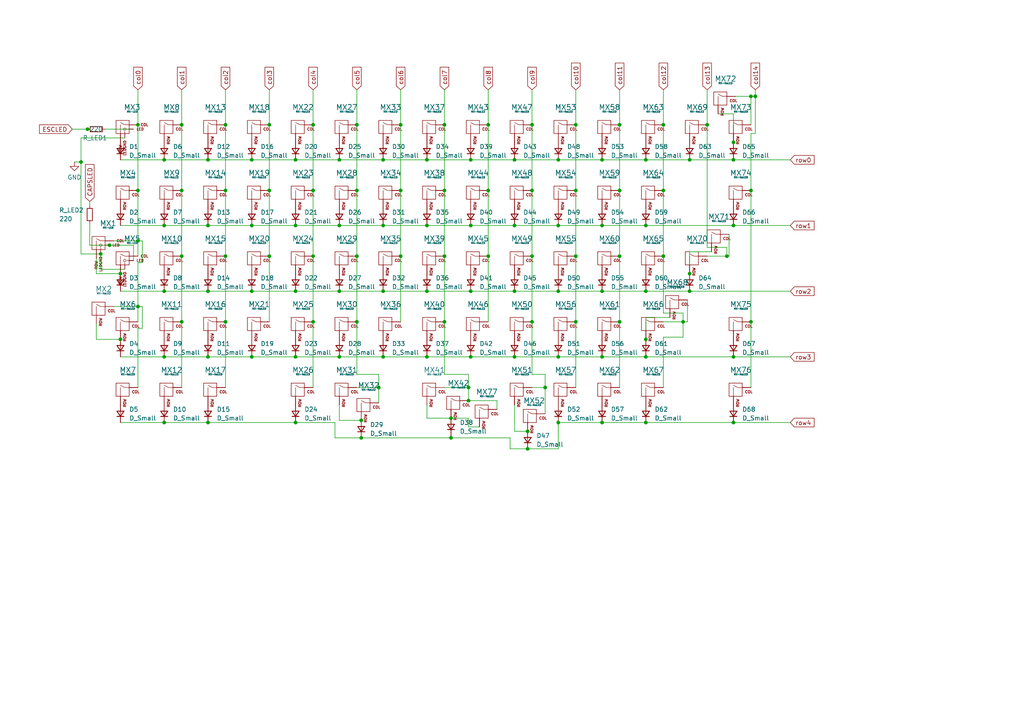
<source format=kicad_sch>
(kicad_sch (version 20230121) (generator eeschema)
  (paper "A4")
  (title_block (title "SST60 - Multi-layout 60% pcb") (date "2022-07-25") (rev "1.0"))
  (lib_symbols
    (symbol "Device:D_Small" (pin_numbers hide) (pin_names (offset 0.254) hide)
      (property "Reference" "D" (at -1.27 2.032 0))
      (property "Value" "D_Small" (at -3.81 -2.032 0))
      (symbol "D_Small_1_1"
        (pin passive line (at -2.54 0 0) (length 1.778) (name "K") (number "1"))
        (pin passive line (at 2.54 0 180) (length 1.778) (name "A") (number "2"))
      )
    )
    (symbol "Device:R_Small" (pin_numbers hide) (pin_names (offset 0.254) hide)
      (property "Reference" "R" (at 0.762 0.508 0))
      (property "Value" "R_Small" (at 0.762 -1.016 0))
      (symbol "R_Small_1_1"
        (pin passive line (at 0 2.54 270) (length 0.762) (name "~") (number "1"))
        (pin passive line (at 0 -2.54 90) (length 0.762) (name "~") (number "2"))
      )
    )
    (symbol "MX-LED_1" (pin_names (offset 1.016))
      (property "Reference" "MX5" (at 2.1556 6.35 0))
      (property "Value" "MX-LED_1" (at 2.1556 5.08 0))
      (symbol "MX-LED_1_0_0"
        (text "COL" (at 5.715 1.27 0) (effects (font (size 0.762 0.762))))
        (text "LED" (at 4.445 0 0) (effects (font (size 0.762 0.762))))
        (text "ROW" (at -1.27 -4.445 900) (effects (font (size 0.762 0.762)) (justify right)))
      )
      (symbol "MX-LED_1_1_0"
        (text "LEDGND" (at 0 -3.175 900) (effects (font (size 0.762 0.762)) (justify right)))
      )
      (symbol "MX-LED_1_1_1"
        (pin passive line (at -1.27 -3.81 90) (length 2.54) (name "ROW") (number "1"))
        (pin passive line (at 3.81 1.27 180) (length 2.54) (name "COL") (number "2"))
        (pin input line (at 2.54 0 180) (length 1.27) (name "LED") (number "3"))
        (pin passive line (at 0 -2.54 90) (length 1.27) (name "LEDGND") (number "4"))
      )
    )
    (symbol "cipulot_parts:MX-LED" (pin_names (offset 1.016))
      (property "Reference" "MX" (at -0.635 3.81 0))
      (property "Value" "MX-LED" (at -0.635 1.27 0))
      (symbol "MX-LED_0_0"
        (text "COL" (at 5.715 1.27 0) (effects (font (size 0.762 0.762))))
        (text "LED" (at 4.445 0 0) (effects (font (size 0.762 0.762))))
        (text "ROW" (at -1.27 -4.445 900) (effects (font (size 0.762 0.762)) (justify right)))
      )
      (symbol "MX-LED_1_0"
        (text "LEDGND" (at 0 -3.175 900) (effects (font (size 0.762 0.762)) (justify right)))
      )
      (symbol "MX-LED_1_1"
        (pin passive line (at 3.81 1.27 180) (length 2.54) (name "COL") (number "1"))
        (pin passive line (at -1.27 -3.81 90) (length 2.54) (name "ROW") (number "2"))
        (pin input line (at 2.54 0 180) (length 1.27) (name "LED") (number "3"))
        (pin passive line (at 0 -2.54 90) (length 1.27) (name "LEDGND") (number "4"))
      )
    )
    (symbol "cipulot_parts:MX-NoLED" (pin_names (offset 1.016))
      (property "Reference" "MX" (at -0.635 3.81 0))
      (property "Value" "MX-NoLED" (at -0.635 1.27 0))
      (symbol "MX-NoLED_0_0"
        (text "COL" (at 3.175 0 0) (effects (font (size 0.762 0.762))))
        (text "ROW" (at 0 -1.905 900) (effects (font (size 0.762 0.762)) (justify right)))
      )
      (symbol "MX-NoLED_1_1"
        (pin passive line (at 3.81 1.27 180) (length 2.54) (name "COL") (number "1"))
        (pin passive line (at -1.27 -3.81 90) (length 2.54) (name "ROW") (number "2"))
      )
    )
    (symbol "power:GND" (power) (pin_names (offset 0))
      (property "Value" "GND" (at 0 -3.81 0))
      (symbol "GND_1_1"
        (pin power_in line (at 0 0 270) (length 0) hide (name "GND") (number "1"))
      )
    )
  )
  (junction (at 40.005 88.9))
  (junction (at 128.905 36.195))
  (junction (at 161.925 122.555))
  (junction (at 167.005 36.195))
  (junction (at 161.925 103.505))
  (junction (at 212.725 103.505))
  (junction (at 47.625 65.405))
  (junction (at 60.325 46.355))
  (junction (at 174.625 84.455))
  (junction (at 23.495 46.99))
  (junction (at 40.005 36.195))
  (junction (at 90.805 36.195))
  (junction (at 78.105 55.245))
  (junction (at 200.025 84.455))
  (junction (at 205.105 36.195))
  (junction (at 212.725 122.555))
  (junction (at 52.705 36.195))
  (junction (at 192.405 36.195))
  (junction (at 85.725 46.355))
  (junction (at 103.505 36.195))
  (junction (at 60.325 84.455))
  (junction (at 90.805 55.245))
  (junction (at 128.905 74.295))
  (junction (at 25.4 37.465))
  (junction (at 149.225 65.405))
  (junction (at 135.89 112.395))
  (junction (at 123.825 103.505))
  (junction (at 128.905 55.245))
  (junction (at 130.81 121.285))
  (junction (at 174.625 46.355))
  (junction (at 103.505 74.295))
  (junction (at 47.625 84.455))
  (junction (at 136.525 84.455))
  (junction (at 123.825 65.405))
  (junction (at 90.805 93.345))
  (junction (at 179.705 93.345))
  (junction (at 200.025 46.355))
  (junction (at 149.225 84.455))
  (junction (at 187.325 46.355))
  (junction (at 103.505 93.345))
  (junction (at 179.705 36.195))
  (junction (at 210.82 74.295))
  (junction (at 104.775 121.92))
  (junction (at 219.075 27.94))
  (junction (at 123.825 46.355))
  (junction (at 130.81 127))
  (junction (at 34.925 98.425))
  (junction (at 217.805 55.245))
  (junction (at 65.405 93.345))
  (junction (at 161.925 65.405))
  (junction (at 40.005 69.85))
  (junction (at 98.425 65.405))
  (junction (at 167.005 74.295))
  (junction (at 116.205 36.195))
  (junction (at 78.105 36.195))
  (junction (at 179.705 55.245))
  (junction (at 85.725 84.455))
  (junction (at 212.725 46.355))
  (junction (at 187.325 84.455))
  (junction (at 192.405 55.245))
  (junction (at 174.625 103.505))
  (junction (at 60.325 65.405))
  (junction (at 34.925 79.375))
  (junction (at 198.12 93.345))
  (junction (at 111.125 65.405))
  (junction (at 85.725 122.555))
  (junction (at 187.325 122.555))
  (junction (at 154.305 36.195))
  (junction (at 85.725 103.505))
  (junction (at 78.105 74.295))
  (junction (at 65.405 36.195))
  (junction (at 158.115 112.395))
  (junction (at 141.605 55.245))
  (junction (at 174.625 122.555))
  (junction (at 40.005 55.245))
  (junction (at 136.525 65.405))
  (junction (at 187.325 103.505))
  (junction (at 161.925 84.455))
  (junction (at 174.625 65.405))
  (junction (at 98.425 46.355))
  (junction (at 104.775 127))
  (junction (at 167.005 93.345))
  (junction (at 123.825 84.455))
  (junction (at 111.125 103.505))
  (junction (at 136.525 103.505))
  (junction (at 85.725 65.405))
  (junction (at 149.225 46.355))
  (junction (at 154.305 55.245))
  (junction (at 116.205 55.245))
  (junction (at 98.425 103.505))
  (junction (at 65.405 55.245))
  (junction (at 217.805 27.94))
  (junction (at 111.125 46.355))
  (junction (at 153.035 125.095))
  (junction (at 47.625 103.505))
  (junction (at 149.225 103.505))
  (junction (at 154.305 93.345))
  (junction (at 73.025 46.355))
  (junction (at 47.625 46.355))
  (junction (at 90.805 74.295))
  (junction (at 135.89 116.205))
  (junction (at 47.625 122.555))
  (junction (at 73.025 65.405))
  (junction (at 154.305 74.295))
  (junction (at 109.855 112.395))
  (junction (at 136.525 46.355))
  (junction (at 179.705 74.295))
  (junction (at 111.125 84.455))
  (junction (at 98.425 84.455))
  (junction (at 161.925 46.355))
  (junction (at 73.025 84.455))
  (junction (at 31.75 71.12))
  (junction (at 52.705 74.295))
  (junction (at 200.025 79.375))
  (junction (at 217.805 93.345))
  (junction (at 167.005 55.245))
  (junction (at 192.405 74.295))
  (junction (at 103.505 55.245))
  (junction (at 153.035 130.175))
  (junction (at 65.405 74.295))
  (junction (at 212.725 65.405))
  (junction (at 60.325 122.555))
  (junction (at 73.025 103.505))
  (junction (at 60.325 103.505))
  (junction (at 52.705 93.345))
  (junction (at 187.325 65.405))
  (junction (at 141.605 36.195))
  (junction (at 116.205 74.295))
  (junction (at 52.705 55.245))
  (junction (at 212.725 41.275))
  (junction (at 29.21 73.66))
  (junction (at 128.905 93.345))
  (junction (at 187.325 98.425))
  (junction (at 141.605 74.295))
  (wire (pts (xy 116.205 74.295) (xy 116.205 93.345)))
  (wire (pts (xy 104.775 127) (xy 130.81 127)))
  (wire (pts (xy 47.625 84.455) (xy 60.325 84.455)))
  (wire (pts (xy 34.925 84.455) (xy 47.625 84.455)))
  (wire (pts (xy 47.625 103.505) (xy 60.325 103.505)))
  (wire (pts (xy 38.735 71.12) (xy 38.735 75.565)))
  (wire (pts (xy 23.495 40.005) (xy 23.495 46.99)))
  (wire (pts (xy 144.145 116.205) (xy 135.89 116.205)))
  (wire (pts (xy 136.525 103.505) (xy 149.225 103.505)))
  (wire (pts (xy 158.115 120.015) (xy 158.115 112.395)))
  (wire (pts (xy 123.825 46.355) (xy 136.525 46.355)))
  (wire (pts (xy 40.005 55.245) (xy 40.005 69.85)))
  (wire (pts (xy 78.105 74.295) (xy 78.105 93.345)))
  (wire (pts (xy 90.805 55.245) (xy 90.805 74.295)))
  (wire (pts (xy 141.605 36.195) (xy 141.605 55.245)))
  (wire (pts (xy 136.525 84.455) (xy 149.225 84.455)))
  (wire (pts (xy 128.905 74.295) (xy 128.905 93.345)))
  (wire (pts (xy 98.425 84.455) (xy 111.125 84.455)))
  (wire (pts (xy 135.89 123.825) (xy 135.89 121.285)))
  (wire (pts (xy 141.605 26.035) (xy 141.605 36.195)))
  (wire (pts (xy 147.955 127) (xy 147.955 130.175)))
  (wire (pts (xy 47.625 122.555) (xy 60.325 122.555)))
  (wire (pts (xy 141.605 55.245) (xy 141.605 74.295)))
  (wire (pts (xy 128.905 26.035) (xy 128.905 36.195)))
  (wire (pts (xy 174.625 84.455) (xy 187.325 84.455)))
  (wire (pts (xy 85.725 84.455) (xy 98.425 84.455)))
  (wire (pts (xy 174.625 103.505) (xy 187.325 103.505)))
  (wire (pts (xy 73.025 65.405) (xy 85.725 65.405)))
  (wire (pts (xy 60.325 84.455) (xy 73.025 84.455)))
  (wire (pts (xy 128.905 93.345) (xy 128.905 108.585)))
  (wire (pts (xy 40.005 69.85) (xy 40.005 74.295)))
  (wire (pts (xy 158.115 108.585) (xy 154.305 108.585)))
  (wire (pts (xy 208.28 33.02) (xy 212.725 33.02)))
  (wire (pts (xy 98.425 46.355) (xy 111.125 46.355)))
  (wire (pts (xy 217.805 93.345) (xy 217.805 55.245)))
  (wire (pts (xy 47.625 46.355) (xy 60.325 46.355)))
  (wire (pts (xy 219.075 38.735) (xy 219.075 27.94)))
  (wire (pts (xy 40.005 88.9) (xy 40.005 76.2)))
  (wire (pts (xy 130.81 121.285) (xy 123.825 121.285)))
  (wire (pts (xy 192.405 36.195) (xy 192.405 55.245)))
  (wire (pts (xy 128.905 36.195) (xy 128.905 55.245)))
  (wire (pts (xy 135.89 121.285) (xy 130.81 121.285)))
  (wire (pts (xy 33.02 88.9) (xy 40.005 88.9)))
  (wire (pts (xy 174.625 46.355) (xy 187.325 46.355)))
  (wire (pts (xy 167.005 36.195) (xy 167.005 55.245)))
  (wire (pts (xy 31.75 71.12) (xy 38.735 71.12)))
  (wire (pts (xy 34.925 103.505) (xy 47.625 103.505)))
  (wire (pts (xy 90.805 36.195) (xy 90.805 55.245)))
  (wire (pts (xy 40.005 88.9) (xy 40.005 93.345)))
  (wire (pts (xy 73.025 103.505) (xy 85.725 103.505)))
  (wire (pts (xy 147.955 130.175) (xy 153.035 130.175)))
  (wire (pts (xy 40.005 112.395) (xy 40.005 95.25)))
  (wire (pts (xy 154.305 74.295) (xy 154.305 55.245)))
  (wire (pts (xy 130.81 127) (xy 130.81 126.365)))
  (wire (pts (xy 149.225 125.095) (xy 149.225 117.475)))
  (wire (pts (xy 179.705 55.245) (xy 179.705 74.295)))
  (wire (pts (xy 153.035 130.175) (xy 161.925 130.175)))
  (wire (pts (xy 41.275 88.9) (xy 40.005 88.9)))
  (wire (pts (xy 161.925 130.175) (xy 161.925 122.555)))
  (wire (pts (xy 33.02 69.85) (xy 40.005 69.85)))
  (wire (pts (xy 200.025 84.455) (xy 229.235 84.455)))
  (wire (pts (xy 161.925 65.405) (xy 174.625 65.405)))
  (wire (pts (xy 149.225 65.405) (xy 161.925 65.405)))
  (wire (pts (xy 198.12 90.805) (xy 198.12 93.345)))
  (wire (pts (xy 130.81 127) (xy 147.955 127)))
  (wire (pts (xy 26.035 58.42) (xy 26.035 59.69)))
  (wire (pts (xy 103.505 55.245) (xy 103.505 74.295)))
  (wire (pts (xy 103.505 108.585) (xy 109.855 108.585)))
  (wire (pts (xy 29.21 73.66) (xy 23.495 73.66)))
  (wire (pts (xy 52.705 55.245) (xy 52.705 74.295)))
  (wire (pts (xy 98.425 65.405) (xy 111.125 65.405)))
  (wire (pts (xy 103.505 93.345) (xy 103.505 108.585)))
  (wire (pts (xy 212.725 103.505) (xy 229.235 103.505)))
  (wire (pts (xy 34.925 46.355) (xy 47.625 46.355)))
  (wire (pts (xy 23.495 46.99) (xy 21.59 46.99)))
  (wire (pts (xy 174.625 65.405) (xy 187.325 65.405)))
  (wire (pts (xy 90.805 26.035) (xy 90.805 36.195)))
  (wire (pts (xy 97.155 122.555) (xy 97.155 127)))
  (wire (pts (xy 149.225 84.455) (xy 161.925 84.455)))
  (wire (pts (xy 187.325 46.355) (xy 200.025 46.355)))
  (wire (pts (xy 187.325 92.075) (xy 187.325 98.425)))
  (wire (pts (xy 167.005 26.035) (xy 167.005 36.195)))
  (wire (pts (xy 200.025 73.025) (xy 200.025 79.375)))
  (wire (pts (xy 205.105 26.035) (xy 205.105 36.195)))
  (wire (pts (xy 199.39 93.345) (xy 199.39 86.995)))
  (wire (pts (xy 40.005 76.2) (xy 41.275 76.2)))
  (wire (pts (xy 210.82 74.295) (xy 211.455 74.295)))
  (wire (pts (xy 40.005 36.195) (xy 40.005 55.245)))
  (wire (pts (xy 154.305 93.345) (xy 154.305 74.295)))
  (wire (pts (xy 210.82 71.755) (xy 210.82 74.295)))
  (wire (pts (xy 187.325 103.505) (xy 212.725 103.505)))
  (wire (pts (xy 65.405 26.035) (xy 65.405 36.195)))
  (wire (pts (xy 31.75 71.12) (xy 26.035 71.12)))
  (wire (pts (xy 217.805 27.94) (xy 217.805 36.195)))
  (wire (pts (xy 65.405 74.295) (xy 65.405 93.345)))
  (wire (pts (xy 27.94 74.93) (xy 27.94 79.375)))
  (wire (pts (xy 116.205 26.035) (xy 116.205 36.195)))
  (wire (pts (xy 40.005 26.035) (xy 40.005 36.195)))
  (wire (pts (xy 98.425 103.505) (xy 111.125 103.505)))
  (wire (pts (xy 30.48 37.465) (xy 38.735 37.465)))
  (wire (pts (xy 154.305 108.585) (xy 154.305 93.345)))
  (wire (pts (xy 109.855 108.585) (xy 109.855 112.395)))
  (wire (pts (xy 25.4 37.465) (xy 26.035 37.465)))
  (wire (pts (xy 52.705 74.295) (xy 52.705 93.345)))
  (wire (pts (xy 60.325 46.355) (xy 73.025 46.355)))
  (wire (pts (xy 29.21 73.66) (xy 29.21 78.105)))
  (wire (pts (xy 73.025 84.455) (xy 85.725 84.455)))
  (wire (pts (xy 90.805 93.345) (xy 90.805 112.395)))
  (wire (pts (xy 27.94 98.425) (xy 34.925 98.425)))
  (wire (pts (xy 212.725 46.355) (xy 229.235 46.355)))
  (wire (pts (xy 179.705 74.295) (xy 179.705 93.345)))
  (wire (pts (xy 217.805 55.245) (xy 217.805 38.735)))
  (wire (pts (xy 158.115 112.395) (xy 158.115 108.585)))
  (wire (pts (xy 41.275 95.25) (xy 41.275 88.9)))
  (wire (pts (xy 135.89 116.205) (xy 135.89 112.395)))
  (wire (pts (xy 167.005 74.295) (xy 167.005 93.345)))
  (wire (pts (xy 198.12 97.79) (xy 192.405 97.79)))
  (wire (pts (xy 136.525 65.405) (xy 149.225 65.405)))
  (wire (pts (xy 123.825 117.475) (xy 123.825 121.285)))
  (wire (pts (xy 136.525 46.355) (xy 149.225 46.355)))
  (wire (pts (xy 85.725 65.405) (xy 98.425 65.405)))
  (wire (pts (xy 179.705 36.195) (xy 179.705 55.245)))
  (wire (pts (xy 29.21 78.105) (xy 36.195 78.105)))
  (wire (pts (xy 192.405 74.295) (xy 192.405 90.805)))
  (wire (pts (xy 167.005 55.245) (xy 167.005 74.295)))
  (wire (pts (xy 23.495 40.005) (xy 36.195 40.005)))
  (wire (pts (xy 26.035 71.12) (xy 26.035 64.77)))
  (wire (pts (xy 217.805 38.735) (xy 219.075 38.735)))
  (wire (pts (xy 205.105 74.295) (xy 210.82 74.295)))
  (wire (pts (xy 212.725 122.555) (xy 229.235 122.555)))
  (wire (pts (xy 153.035 125.095) (xy 149.225 125.095)))
  (wire (pts (xy 192.405 26.035) (xy 192.405 36.195)))
  (wire (pts (xy 217.805 112.395) (xy 217.805 93.345)))
  (wire (pts (xy 219.075 27.94) (xy 217.805 27.94)))
  (wire (pts (xy 187.325 65.405) (xy 212.725 65.405)))
  (wire (pts (xy 73.025 46.355) (xy 85.725 46.355)))
  (wire (pts (xy 123.825 103.505) (xy 136.525 103.505)))
  (wire (pts (xy 60.325 65.405) (xy 73.025 65.405)))
  (wire (pts (xy 194.31 92.075) (xy 187.325 92.075)))
  (wire (pts (xy 85.725 103.505) (xy 98.425 103.505)))
  (wire (pts (xy 97.155 127) (xy 104.775 127)))
  (wire (pts (xy 78.105 26.035) (xy 78.105 36.195)))
  (wire (pts (xy 60.325 122.555) (xy 85.725 122.555)))
  (wire (pts (xy 109.855 116.84) (xy 109.855 112.395)))
  (wire (pts (xy 52.705 93.345) (xy 52.705 112.395)))
  (wire (pts (xy 198.12 93.345) (xy 199.39 93.345)))
  (wire (pts (xy 200.025 46.355) (xy 212.725 46.355)))
  (wire (pts (xy 135.89 108.585) (xy 135.89 112.395)))
  (wire (pts (xy 111.125 103.505) (xy 123.825 103.505)))
  (wire (pts (xy 205.105 71.755) (xy 210.82 71.755)))
  (wire (pts (xy 40.005 95.25) (xy 41.275 95.25)))
  (wire (pts (xy 211.455 74.295) (xy 211.455 67.945)))
  (wire (pts (xy 212.725 65.405) (xy 229.235 65.405)))
  (wire (pts (xy 158.115 112.395) (xy 154.305 112.395)))
  (wire (pts (xy 78.105 36.195) (xy 78.105 55.245)))
  (wire (pts (xy 41.275 76.2) (xy 41.275 69.85)))
  (wire (pts (xy 192.405 93.345) (xy 198.12 93.345)))
  (wire (pts (xy 90.805 74.295) (xy 90.805 93.345)))
  (wire (pts (xy 78.105 55.245) (xy 78.105 74.295)))
  (wire (pts (xy 187.325 84.455) (xy 200.025 84.455)))
  (wire (pts (xy 198.12 93.345) (xy 198.12 97.79)))
  (wire (pts (xy 85.725 46.355) (xy 98.425 46.355)))
  (wire (pts (xy 161.925 122.555) (xy 174.625 122.555)))
  (wire (pts (xy 128.905 55.245) (xy 128.905 74.295)))
  (wire (pts (xy 167.005 93.345) (xy 167.005 112.395)))
  (wire (pts (xy 85.725 122.555) (xy 97.155 122.555)))
  (wire (pts (xy 60.325 103.505) (xy 73.025 103.505)))
  (wire (pts (xy 20.955 37.465) (xy 25.4 37.465)))
  (wire (pts (xy 65.405 36.195) (xy 65.405 55.245)))
  (wire (pts (xy 111.125 46.355) (xy 123.825 46.355)))
  (wire (pts (xy 111.125 84.455) (xy 123.825 84.455)))
  (wire (pts (xy 154.305 26.035) (xy 154.305 36.195)))
  (wire (pts (xy 141.605 74.295) (xy 141.605 93.345)))
  (wire (pts (xy 206.375 73.025) (xy 200.025 73.025)))
  (wire (pts (xy 179.705 93.345) (xy 179.705 112.395)))
  (wire (pts (xy 154.305 55.245) (xy 154.305 36.195)))
  (wire (pts (xy 139.065 123.825) (xy 135.89 123.825)))
  (wire (pts (xy 174.625 122.555) (xy 187.325 122.555)))
  (wire (pts (xy 128.905 108.585) (xy 135.89 108.585)))
  (wire (pts (xy 34.925 122.555) (xy 47.625 122.555)))
  (wire (pts (xy 149.225 103.505) (xy 161.925 103.505)))
  (wire (pts (xy 144.145 118.745) (xy 144.145 116.205)))
  (wire (pts (xy 123.825 84.455) (xy 136.525 84.455)))
  (wire (pts (xy 34.925 65.405) (xy 47.625 65.405)))
  (wire (pts (xy 161.925 84.455) (xy 174.625 84.455)))
  (wire (pts (xy 52.705 26.035) (xy 52.705 36.195)))
  (wire (pts (xy 161.925 103.505) (xy 174.625 103.505)))
  (wire (pts (xy 213.36 27.94) (xy 217.805 27.94)))
  (wire (pts (xy 98.425 121.92) (xy 98.425 117.475)))
  (wire (pts (xy 192.405 90.805) (xy 198.12 90.805)))
  (wire (pts (xy 116.205 55.245) (xy 116.205 74.295)))
  (wire (pts (xy 205.105 36.195) (xy 205.105 71.755)))
  (wire (pts (xy 179.705 26.035) (xy 179.705 36.195)))
  (wire (pts (xy 116.205 36.195) (xy 116.205 55.245)))
  (wire (pts (xy 27.94 79.375) (xy 34.925 79.375)))
  (wire (pts (xy 104.775 121.92) (xy 98.425 121.92)))
  (wire (pts (xy 192.405 97.79) (xy 192.405 112.395)))
  (wire (pts (xy 41.275 69.85) (xy 40.005 69.85)))
  (wire (pts (xy 219.075 26.035) (xy 219.075 27.94)))
  (wire (pts (xy 149.225 46.355) (xy 161.925 46.355)))
  (wire (pts (xy 103.505 26.035) (xy 103.505 36.195)))
  (wire (pts (xy 123.825 65.405) (xy 136.525 65.405)))
  (wire (pts (xy 52.705 36.195) (xy 52.705 55.245)))
  (wire (pts (xy 27.94 93.98) (xy 27.94 98.425)))
  (wire (pts (xy 47.625 65.405) (xy 60.325 65.405)))
  (wire (pts (xy 111.125 65.405) (xy 123.825 65.405)))
  (wire (pts (xy 103.505 74.295) (xy 103.505 93.345)))
  (wire (pts (xy 65.405 55.245) (xy 65.405 74.295)))
  (wire (pts (xy 109.855 112.395) (xy 103.505 112.395)))
  (wire (pts (xy 23.495 46.99) (xy 23.495 73.66)))
  (wire (pts (xy 103.505 36.195) (xy 103.505 55.245)))
  (wire (pts (xy 187.325 122.555) (xy 212.725 122.555)))
  (wire (pts (xy 212.725 33.02) (xy 212.725 41.275)))
  (wire (pts (xy 135.89 112.395) (xy 128.905 112.395)))
  (wire (pts (xy 161.925 46.355) (xy 174.625 46.355)))
  (wire (pts (xy 65.405 93.345) (xy 65.405 112.395)))
  (wire (pts (xy 192.405 55.245) (xy 192.405 74.295)))
  (global_label "col10" (shape input) (at 167.005 26.035 90) (property "Intersheetrefs" "${INTERSHEET_REFS}" (effects hide)))
  (global_label "col3" (shape input) (at 78.105 26.035 90) (property "Intersheetrefs" "${INTERSHEET_REFS}" (effects hide)))
  (global_label "col12" (shape input) (at 192.405 26.035 90) (property "Intersheetrefs" "${INTERSHEET_REFS}" (effects hide)))
  (global_label "col1" (shape input) (at 52.705 26.035 90) (property "Intersheetrefs" "${INTERSHEET_REFS}" (effects hide)))
  (global_label "row1" (shape input) (at 229.235 65.405 0) (property "Intersheetrefs" "${INTERSHEET_REFS}" (effects hide)))
  (global_label "ESCLED" (shape input) (at 20.955 37.465 180) (property "Intersheetrefs" "${INTERSHEET_REFS}" (effects hide)))
  (global_label "col13" (shape input) (at 205.105 26.035 90) (property "Intersheetrefs" "${INTERSHEET_REFS}" (effects hide)))
  (global_label "row3" (shape input) (at 229.235 103.505 0) (property "Intersheetrefs" "${INTERSHEET_REFS}" (effects hide)))
  (global_label "col5" (shape input) (at 103.505 26.035 90) (property "Intersheetrefs" "${INTERSHEET_REFS}" (effects hide)))
  (global_label "col7" (shape input) (at 128.905 26.035 90) (property "Intersheetrefs" "${INTERSHEET_REFS}" (effects hide)))
  (global_label "col11" (shape input) (at 179.705 26.035 90) (property "Intersheetrefs" "${INTERSHEET_REFS}" (effects hide)))
  (global_label "col14" (shape input) (at 219.075 26.035 90) (property "Intersheetrefs" "${INTERSHEET_REFS}" (effects hide)))
  (global_label "CAPSLED" (shape input) (at 26.035 58.42 90) (property "Intersheetrefs" "${INTERSHEET_REFS}" (effects hide)))
  (global_label "col4" (shape input) (at 90.805 26.035 90) (property "Intersheetrefs" "${INTERSHEET_REFS}" (effects hide)))
  (global_label "col9" (shape input) (at 154.305 26.035 90) (property "Intersheetrefs" "${INTERSHEET_REFS}" (effects hide)))
  (global_label "col0" (shape input) (at 40.005 26.035 90) (property "Intersheetrefs" "${INTERSHEET_REFS}" (effects hide)))
  (global_label "col6" (shape input) (at 116.205 26.035 90) (property "Intersheetrefs" "${INTERSHEET_REFS}" (effects hide)))
  (global_label "row0" (shape input) (at 229.235 46.355 0) (property "Intersheetrefs" "${INTERSHEET_REFS}" (effects hide)))
  (global_label "row2" (shape input) (at 229.235 84.455 0) (property "Intersheetrefs" "${INTERSHEET_REFS}" (effects hide)))
  (global_label "row4" (shape input) (at 229.235 122.555 0) (property "Intersheetrefs" "${INTERSHEET_REFS}" (effects hide)))
  (global_label "col8" (shape input) (at 141.605 26.035 90) (property "Intersheetrefs" "${INTERSHEET_REFS}" (effects hide)))
  (global_label "col2" (shape input) (at 65.405 26.035 90) (property "Intersheetrefs" "${INTERSHEET_REFS}" (effects hide)))
  (symbol (lib_id "cipulot_parts:MX-NoLED") (at 112.395 37.465 0) (unit 1)
    (property "Reference" "MX33" (at 113.2806 31.115 0) (effects (font (size 1.524 1.524))))
    (property "Value" "MX-NoLED" (at 113.2806 32.385 0) (effects (font (size 0.508 0.508))))
    (property "Footprint" "MX_Alps_Hybrid:MX-1U-NoLED" (effects hide))
  )
  (symbol (lib_id "cipulot_parts:MX-LED") (at 36.195 37.465 0) (unit 1)
    (property "Reference" "MX3" (at 38.3506 31.115 0) (effects (font (size 1.524 1.524))))
    (property "Value" "MX-LED" (at 38.3506 32.385 0) (effects (font (size 0.508 0.508))))
    (property "Footprint" "MX_Alps_Hybrid:MX-1U" (effects hide))
  )
  (symbol (lib_id "cipulot_parts:MX-NoLED") (at 137.795 94.615 0) (unit 1)
    (property "Reference" "MX46" (at 138.6806 88.265 0) (effects (font (size 1.524 1.524))))
    (property "Value" "MX-NoLED" (at 138.6806 89.535 0) (effects (font (size 0.508 0.508))))
    (property "Footprint" "MX_Alps_Hybrid:MX-1U-NoLED" (effects hide))
  )
  (symbol (lib_id "Device:D_Small") (at 187.325 120.015 90) (unit 1)
    (property "Reference" "D62" (at 189.865 118.7449 90) (effects (justify right)))
    (property "Value" "D_Small" (at 189.865 121.2849 90) (effects (justify right)))
    (property "Footprint" "Diode_SMD:D_SOD-123" (effects hide))
  )
  (symbol (lib_id "cipulot_parts:MX-NoLED") (at 48.895 113.665 0) (unit 1)
    (property "Reference" "MX12" (at 49.7806 107.315 0) (effects (font (size 1.524 1.524))))
    (property "Value" "MX-NoLED" (at 49.7806 108.585 0) (effects (font (size 0.508 0.508))))
    (property "Footprint" "MX_Alps_Hybrid:MX-1U-NoLED" (effects hide))
  )
  (symbol (lib_id "Device:D_Small") (at 136.525 43.815 90) (unit 1)
    (property "Reference" "D39" (at 139.065 42.5449 90) (effects (justify right)))
    (property "Value" "D_Small" (at 139.065 45.0849 90) (effects (justify right)))
    (property "Footprint" "Diode_SMD:D_SOD-123" (effects hide))
  )
  (symbol (lib_id "cipulot_parts:MX-NoLED") (at 99.695 113.665 0) (unit 1)
    (property "Reference" "MX31" (at 100.5806 107.315 0) (effects (font (size 1.524 1.524))))
    (property "Value" "MX-NoLED" (at 100.5806 108.585 0) (effects (font (size 0.508 0.508))))
    (property "Footprint" "MX_Alps_Hybrid:MX-2.25U-ReversedStabilizers-NoLED" (effects hide))
  )
  (symbol (lib_id "cipulot_parts:MX-NoLED") (at 163.195 56.515 0) (unit 1)
    (property "Reference" "MX54" (at 164.0806 50.165 0) (effects (font (size 1.524 1.524))))
    (property "Value" "MX-NoLED" (at 164.0806 51.435 0) (effects (font (size 0.508 0.508))))
    (property "Footprint" "MX_Alps_Hybrid:MX-1U-NoLED" (effects hide))
  )
  (symbol (lib_id "Device:D_Small") (at 60.325 100.965 90) (unit 1)
    (property "Reference" "D11" (at 62.865 99.6949 90) (effects (justify right)))
    (property "Value" "D_Small" (at 62.865 102.2349 90) (effects (justify right)))
    (property "Footprint" "Diode_SMD:D_SOD-123" (effects hide))
  )
  (symbol (lib_id "Device:D_Small") (at 47.625 62.865 90) (unit 1)
    (property "Reference" "D7" (at 50.165 61.5949 90) (effects (justify right)))
    (property "Value" "D_Small" (at 50.165 64.1349 90) (effects (justify right)))
    (property "Footprint" "Diode_SMD:D_SOD-123" (effects hide))
  )
  (symbol (lib_id "Device:D_Small") (at 73.025 62.865 90) (unit 1)
    (property "Reference" "D17" (at 75.565 61.5949 90) (effects (justify right)))
    (property "Value" "D_Small" (at 75.565 64.1349 90) (effects (justify right)))
    (property "Footprint" "Diode_SMD:D_SOD-123" (effects hide))
  )
  (symbol (lib_id "cipulot_parts:MX-NoLED") (at 48.895 75.565 0) (unit 1)
    (property "Reference" "MX10" (at 49.7806 69.215 0) (effects (font (size 1.524 1.524))))
    (property "Value" "MX-NoLED" (at 49.7806 70.485 0) (effects (font (size 0.508 0.508))))
    (property "Footprint" "MX_Alps_Hybrid:MX-1U-NoLED" (effects hide))
  )
  (symbol (lib_id "cipulot_parts:MX-NoLED") (at 61.595 75.565 0) (unit 1)
    (property "Reference" "MX15" (at 62.4806 69.215 0) (effects (font (size 1.524 1.524))))
    (property "Value" "MX-NoLED" (at 62.4806 70.485 0) (effects (font (size 0.508 0.508))))
    (property "Footprint" "MX_Alps_Hybrid:MX-1U-NoLED" (effects hide))
  )
  (symbol (lib_id "cipulot_parts:MX-NoLED") (at 175.895 75.565 0) (unit 1)
    (property "Reference" "MX60" (at 176.7806 69.215 0) (effects (font (size 1.524 1.524))))
    (property "Value" "MX-NoLED" (at 176.7806 70.485 0) (effects (font (size 0.508 0.508))))
    (property "Footprint" "MX_Alps_Hybrid:MX-1U-NoLED" (effects hide))
  )
  (symbol (lib_id "Device:R_Small") (at 26.035 62.23 0) (unit 1)
    (property "Reference" "R_LED2" (at 17.145 60.96 0) (effects (justify left)))
    (property "Value" "220" (at 17.145 63.5 0) (effects (justify left)))
    (property "Footprint" "Resistor_SMD:R_0402_1005Metric" (effects hide))
  )
  (symbol (lib_id "Device:D_Small") (at 98.425 100.965 90) (unit 1)
    (property "Reference" "D28" (at 100.965 99.6949 90) (effects (justify right)))
    (property "Value" "D_Small" (at 100.965 102.2349 90) (effects (justify right)))
    (property "Footprint" "Diode_SMD:D_SOD-123" (effects hide))
  )
  (symbol (lib_id "cipulot_parts:MX-NoLED") (at 48.895 56.515 0) (unit 1)
    (property "Reference" "MX9" (at 49.7806 50.165 0) (effects (font (size 1.524 1.524))))
    (property "Value" "MX-NoLED" (at 49.7806 51.435 0) (effects (font (size 0.508 0.508))))
    (property "Footprint" "MX_Alps_Hybrid:MX-1U-NoLED" (effects hide))
  )
  (symbol (lib_id "cipulot_parts:MX-NoLED") (at 213.995 113.665 0) (unit 1)
    (property "Reference" "MX76" (at 214.8806 107.315 0) (effects (font (size 1.524 1.524))))
    (property "Value" "MX-NoLED" (at 214.8806 108.585 0) (effects (font (size 0.508 0.508))))
    (property "Footprint" "MX_Alps_Hybrid:MX-1.5U-NoLED" (effects hide))
  )
  (symbol (lib_id "cipulot_parts:MX-NoLED") (at 188.595 75.565 0) (unit 1)
    (property "Reference" "MX65" (at 189.4806 69.215 0) (effects (font (size 1.524 1.524))))
    (property "Value" "MX-NoLED" (at 189.4806 70.485 0) (effects (font (size 0.508 0.508))))
    (property "Footprint" "MX_Alps_Hybrid:MX-1U-NoLED" (effects hide))
  )
  (symbol (lib_id "Device:D_Small") (at 174.625 100.965 90) (unit 1)
    (property "Reference" "D56" (at 177.165 99.6949 90) (effects (justify right)))
    (property "Value" "D_Small" (at 177.165 102.2349 90) (effects (justify right)))
    (property "Footprint" "Diode_SMD:D_SOD-123" (effects hide))
  )
  (symbol (lib_id "Device:D_Small") (at 34.925 100.965 90) (unit 1)
    (property "Reference" "D4" (at 37.465 99.6949 90) (effects (justify right)))
    (property "Value" "D_Small" (at 37.465 102.2349 90) (effects (justify right)))
    (property "Footprint" "Diode_SMD:D_SOD-123" (effects hide))
  )
  (symbol (lib_id "cipulot_parts:MX-NoLED") (at 213.995 94.615 0) (unit 1)
    (property "Reference" "MX75" (at 214.8806 88.265 0) (effects (font (size 1.524 1.524))))
    (property "Value" "MX-NoLED" (at 214.8806 89.535 0) (effects (font (size 0.508 0.508))))
    (property "Footprint" "MX_Alps_Hybrid:MX-1U-NoLED" (effects hide))
  )
  (symbol (lib_id "cipulot_parts:MX-NoLED") (at 112.395 56.515 0) (unit 1)
    (property "Reference" "MX34" (at 113.2806 50.165 0) (effects (font (size 1.524 1.524))))
    (property "Value" "MX-NoLED" (at 113.2806 51.435 0) (effects (font (size 0.508 0.508))))
    (property "Footprint" "MX_Alps_Hybrid:MX-1U-NoLED" (effects hide))
  )
  (symbol (lib_id "Device:D_Small") (at 187.325 62.865 90) (unit 1)
    (property "Reference" "D59" (at 189.865 61.5949 90) (effects (justify right)))
    (property "Value" "D_Small" (at 189.865 64.1349 90) (effects (justify right)))
    (property "Footprint" "Diode_SMD:D_SOD-123" (effects hide))
  )
  (symbol (lib_id "cipulot_parts:MX-NoLED") (at 86.995 37.465 0) (unit 1)
    (property "Reference" "MX22" (at 87.8806 31.115 0) (effects (font (size 1.524 1.524))))
    (property "Value" "MX-NoLED" (at 87.8806 32.385 0) (effects (font (size 0.508 0.508))))
    (property "Footprint" "MX_Alps_Hybrid:MX-1U-NoLED" (effects hide))
  )
  (symbol (lib_id "Device:D_Small") (at 149.225 100.965 90) (unit 1)
    (property "Reference" "D46" (at 151.765 99.6949 90) (effects (justify right)))
    (property "Value" "D_Small" (at 151.765 102.2349 90) (effects (justify right)))
    (property "Footprint" "Diode_SMD:D_SOD-123" (effects hide))
  )
  (symbol (lib_id "cipulot_parts:MX-NoLED") (at 99.695 56.515 0) (unit 1)
    (property "Reference" "MX28" (at 100.5806 50.165 0) (effects (font (size 1.524 1.524))))
    (property "Value" "MX-NoLED" (at 100.5806 51.435 0) (effects (font (size 0.508 0.508))))
    (property "Footprint" "MX_Alps_Hybrid:MX-1U-NoLED" (effects hide))
  )
  (symbol (lib_id "Device:D_Small") (at 187.325 81.915 90) (unit 1)
    (property "Reference" "D60" (at 189.865 80.6449 90) (effects (justify right)))
    (property "Value" "D_Small" (at 189.865 83.1849 90) (effects (justify right)))
    (property "Footprint" "Diode_SMD:D_SOD-123" (effects hide))
  )
  (symbol (lib_id "Device:D_Small") (at 212.725 100.965 90) (unit 1)
    (property "Reference" "D67" (at 215.265 99.6949 90) (effects (justify right)))
    (property "Value" "D_Small" (at 215.265 102.2349 90) (effects (justify right)))
    (property "Footprint" "Diode_SMD:D_SOD-123" (effects hide))
  )
  (symbol (lib_id "Device:D_Small") (at 123.825 62.865 90) (unit 1)
    (property "Reference" "D35" (at 126.365 61.5949 90) (effects (justify right)))
    (property "Value" "D_Small" (at 126.365 64.1349 90) (effects (justify right)))
    (property "Footprint" "Diode_SMD:D_SOD-123" (effects hide))
  )
  (symbol (lib_id "Device:D_Small") (at 73.025 100.965 90) (unit 1)
    (property "Reference" "D19" (at 75.565 99.6949 90) (effects (justify right)))
    (property "Value" "D_Small" (at 75.565 102.2349 90) (effects (justify right)))
    (property "Footprint" "Diode_SMD:D_SOD-123" (effects hide))
  )
  (symbol (lib_id "Device:D_Small") (at 161.925 43.815 90) (unit 1)
    (property "Reference" "D48" (at 164.465 42.5449 90) (effects (justify right)))
    (property "Value" "D_Small" (at 164.465 45.0849 90) (effects (justify right)))
    (property "Footprint" "Diode_SMD:D_SOD-123" (effects hide))
  )
  (symbol (lib_id "cipulot_parts:MX-NoLED") (at 175.895 94.615 0) (unit 1)
    (property "Reference" "MX61" (at 176.7806 88.265 0) (effects (font (size 1.524 1.524))))
    (property "Value" "MX-NoLED" (at 176.7806 89.535 0) (effects (font (size 0.508 0.508))))
    (property "Footprint" "MX_Alps_Hybrid:MX-1U-NoLED" (effects hide))
  )
  (symbol (lib_id "cipulot_parts:MX-NoLED") (at 137.795 75.565 0) (unit 1)
    (property "Reference" "MX45" (at 138.6806 69.215 0) (effects (font (size 1.524 1.524))))
    (property "Value" "MX-NoLED" (at 138.6806 70.485 0) (effects (font (size 0.508 0.508))))
    (property "Footprint" "MX_Alps_Hybrid:MX-1U-NoLED" (effects hide))
  )
  (symbol (lib_id "cipulot_parts:MX-NoLED") (at 137.795 37.465 0) (unit 1)
    (property "Reference" "MX43" (at 138.6806 31.115 0) (effects (font (size 1.524 1.524))))
    (property "Value" "MX-NoLED" (at 138.6806 32.385 0) (effects (font (size 0.508 0.508))))
    (property "Footprint" "MX_Alps_Hybrid:MX-1U-NoLED" (effects hide))
  )
  (symbol (lib_id "Device:D_Small") (at 123.825 81.915 90) (unit 1)
    (property "Reference" "D36" (at 126.365 80.6449 90) (effects (justify right)))
    (property "Value" "D_Small" (at 126.365 83.1849 90) (effects (justify right)))
    (property "Footprint" "Diode_SMD:D_SOD-123" (effects hide))
  )
  (symbol (lib_id "Device:D_Small") (at 200.025 43.815 90) (unit 1)
    (property "Reference" "D63" (at 202.565 42.5449 90) (effects (justify right)))
    (property "Value" "D_Small" (at 202.565 45.0849 90) (effects (justify right)))
    (property "Footprint" "Diode_SMD:D_SOD-123" (effects hide))
  )
  (symbol (lib_id "cipulot_parts:MX-NoLED") (at 150.495 37.465 0) (unit 1)
    (property "Reference" "MX47" (at 151.3806 31.115 0) (effects (font (size 1.524 1.524))))
    (property "Value" "MX-NoLED" (at 151.3806 32.385 0) (effects (font (size 0.508 0.508))))
    (property "Footprint" "MX_Alps_Hybrid:MX-1U-NoLED" (effects hide))
  )
  (symbol (lib_id "cipulot_parts:MX-NoLED") (at 61.595 56.515 0) (unit 1)
    (property "Reference" "MX14" (at 62.4806 50.165 0) (effects (font (size 1.524 1.524))))
    (property "Value" "MX-NoLED" (at 62.4806 51.435 0) (effects (font (size 0.508 0.508))))
    (property "Footprint" "MX_Alps_Hybrid:MX-1U-NoLED" (effects hide))
  )
  (symbol (lib_id "Device:D_Small") (at 153.035 127.635 90) (unit 1)
    (property "Reference" "D47" (at 155.575 126.3649 90) (effects (justify right)))
    (property "Value" "D_Small" (at 155.575 128.9049 90) (effects (justify right)))
    (property "Footprint" "Diode_SMD:D_SOD-123" (effects hide))
  )
  (symbol (lib_id "cipulot_parts:MX-NoLED") (at 188.595 56.515 0) (unit 1)
    (property "Reference" "MX64" (at 189.4806 50.165 0) (effects (font (size 1.524 1.524))))
    (property "Value" "MX-NoLED" (at 189.4806 51.435 0) (effects (font (size 0.508 0.508))))
    (property "Footprint" "MX_Alps_Hybrid:MX-1U-NoLED" (effects hide))
  )
  (symbol (lib_id "cipulot_parts:MX-NoLED") (at 150.495 56.515 0) (unit 1)
    (property "Reference" "MX48" (at 151.3806 50.165 0) (effects (font (size 1.524 1.524))))
    (property "Value" "MX-NoLED" (at 151.3806 51.435 0) (effects (font (size 0.508 0.508))))
    (property "Footprint" "MX_Alps_Hybrid:MX-1U-NoLED" (effects hide))
  )
  (symbol (lib_id "Device:D_Small") (at 85.725 62.865 90) (unit 1)
    (property "Reference" "D21" (at 88.265 61.5949 90) (effects (justify right)))
    (property "Value" "D_Small" (at 88.265 64.1349 90) (effects (justify right)))
    (property "Footprint" "Diode_SMD:D_SOD-123" (effects hide))
  )
  (symbol (lib_name "MX-LED_1") (lib_id "cipulot_parts:MX-LED") (at 36.195 75.565 0) (unit 1)
    (property "Reference" "MX5" (at 38.3506 69.215 0) (effects (font (size 1.524 1.524))))
    (property "Value" "MX-LED" (at 38.3506 70.485 0) (effects (font (size 0.508 0.508))))
    (property "Footprint" "MX_Alps_Hybrid:MX-1.75U" (effects hide))
  )
  (symbol (lib_id "Device:D_Small") (at 85.725 100.965 90) (unit 1)
    (property "Reference" "D23" (at 88.265 99.6949 90) (effects (justify right)))
    (property "Value" "D_Small" (at 88.265 102.2349 90) (effects (justify right)))
    (property "Footprint" "Diode_SMD:D_SOD-123" (effects hide))
  )
  (symbol (lib_id "Device:D_Small") (at 187.325 43.815 90) (unit 1)
    (property "Reference" "D58" (at 189.865 42.5449 90) (effects (justify right)))
    (property "Value" "D_Small" (at 189.865 45.0849 90) (effects (justify right)))
    (property "Footprint" "Diode_SMD:D_SOD-123" (effects hide))
  )
  (symbol (lib_id "Device:D_Small") (at 149.225 62.865 90) (unit 1)
    (property "Reference" "D44" (at 151.765 61.5949 90) (effects (justify right)))
    (property "Value" "D_Small" (at 151.765 64.1349 90) (effects (justify right)))
    (property "Footprint" "Diode_SMD:D_SOD-123" (effects hide))
  )
  (symbol (lib_id "cipulot_parts:MX-NoLED") (at 112.395 94.615 0) (unit 1)
    (property "Reference" "MX36" (at 113.2806 88.265 0) (effects (font (size 1.524 1.524))))
    (property "Value" "MX-NoLED" (at 113.2806 89.535 0) (effects (font (size 0.508 0.508))))
    (property "Footprint" "MX_Alps_Hybrid:MX-1U-NoLED" (effects hide))
  )
  (symbol (lib_id "Device:D_Small") (at 136.525 100.965 90) (unit 1)
    (property "Reference" "D42" (at 139.065 99.6949 90) (effects (justify right)))
    (property "Value" "D_Small" (at 139.065 102.2349 90) (effects (justify right)))
    (property "Footprint" "Diode_SMD:D_SOD-123" (effects hide))
  )
  (symbol (lib_id "cipulot_parts:MX-NoLED") (at 99.695 37.465 0) (unit 1)
    (property "Reference" "MX27" (at 100.5806 31.115 0) (effects (font (size 1.524 1.524))))
    (property "Value" "MX-NoLED" (at 100.5806 32.385 0) (effects (font (size 0.508 0.508))))
    (property "Footprint" "MX_Alps_Hybrid:MX-1U-NoLED" (effects hide))
  )
  (symbol (lib_id "cipulot_parts:MX-NoLED") (at 86.995 113.665 0) (unit 1)
    (property "Reference" "MX26" (at 87.8806 107.315 0) (effects (font (size 1.524 1.524))))
    (property "Value" "MX-NoLED" (at 87.8806 108.585 0) (effects (font (size 0.508 0.508))))
    (property "Footprint" "MX_Alps_Hybrid:MX-1U-NoLED" (effects hide))
  )
  (symbol (lib_id "Device:D_Small") (at 60.325 62.865 90) (unit 1)
    (property "Reference" "D13" (at 62.865 61.5949 90) (effects (justify right)))
    (property "Value" "D_Small" (at 62.865 64.1349 90) (effects (justify right)))
    (property "Footprint" "Diode_SMD:D_SOD-123" (effects hide))
  )
  (symbol (lib_id "cipulot_parts:MX-NoLED") (at 125.095 113.665 0) (unit 1)
    (property "Reference" "MX41" (at 125.9806 107.315 0) (effects (font (size 1.524 1.524))))
    (property "Value" "MX-NoLED" (at 125.9806 108.585 0) (effects (font (size 0.508 0.508))))
    (property "Footprint" "MX_Alps_Hybrid:MX-1U-NoLED" (effects hide))
  )
  (symbol (lib_id "cipulot_parts:MX-NoLED") (at 61.595 113.665 0) (unit 1)
    (property "Reference" "MX17" (at 62.4806 107.315 0) (effects (font (size 1.524 1.524))))
    (property "Value" "MX-NoLED" (at 62.4806 108.585 0) (effects (font (size 0.508 0.508))))
    (property "Footprint" "MX_Alps_Hybrid:MX-1.5U-NoLED" (effects hide))
  )
  (symbol (lib_id "cipulot_parts:MX-NoLED") (at 99.695 75.565 0) (unit 1)
    (property "Reference" "MX29" (at 100.5806 69.215 0) (effects (font (size 1.524 1.524))))
    (property "Value" "MX-NoLED" (at 100.5806 70.485 0) (effects (font (size 0.508 0.508))))
    (property "Footprint" "MX_Alps_Hybrid:MX-1U-NoLED" (effects hide))
  )
  (symbol (lib_id "Device:D_Small") (at 212.725 62.865 90) (unit 1)
    (property "Reference" "D66" (at 215.265 61.5949 90) (effects (justify right)))
    (property "Value" "D_Small" (at 215.265 64.1349 90) (effects (justify right)))
    (property "Footprint" "Diode_SMD:D_SOD-123" (effects hide))
  )
  (symbol (lib_id "cipulot_parts:MX-NoLED") (at 61.595 94.615 0) (unit 1)
    (property "Reference" "MX16" (at 62.4806 88.265 0) (effects (font (size 1.524 1.524))))
    (property "Value" "MX-NoLED" (at 62.4806 89.535 0) (effects (font (size 0.508 0.508))))
    (property "Footprint" "MX_Alps_Hybrid:MX-1U-NoLED" (effects hide))
  )
  (symbol (lib_id "Device:D_Small") (at 161.925 100.965 90) (unit 1)
    (property "Reference" "D51" (at 164.465 99.6949 90) (effects (justify right)))
    (property "Value" "D_Small" (at 164.465 102.2349 90) (effects (justify right)))
    (property "Footprint" "Diode_SMD:D_SOD-123" (effects hide))
  )
  (symbol (lib_id "cipulot_parts:MX-NoLED") (at 86.995 94.615 0) (unit 1)
    (property "Reference" "MX25" (at 87.8806 88.265 0) (effects (font (size 1.524 1.524))))
    (property "Value" "MX-NoLED" (at 87.8806 89.535 0) (effects (font (size 0.508 0.508))))
    (property "Footprint" "MX_Alps_Hybrid:MX-1U-NoLED" (effects hide))
  )
  (symbol (lib_id "Device:D_Small") (at 47.625 120.015 90) (unit 1)
    (property "Reference" "D10" (at 50.165 118.7449 90) (effects (justify right)))
    (property "Value" "D_Small" (at 50.165 121.2849 90) (effects (justify right)))
    (property "Footprint" "Diode_SMD:D_SOD-123" (effects hide))
  )
  (symbol (lib_id "cipulot_parts:MX-NoLED") (at 207.645 69.215 0) (unit 1)
    (property "Reference" "MX71" (at 208.5306 62.865 0) (effects (font (size 1.524 1.524))))
    (property "Value" "MX-NoLED" (at 208.5306 64.135 0) (effects (font (size 0.508 0.508))))
    (property "Footprint" "MX_Alps_Hybrid:MX-ISO-ReversedStabilizers" (effects hide))
  )
  (symbol (lib_id "Device:D_Small") (at 111.125 100.965 90) (unit 1)
    (property "Reference" "D33" (at 113.665 99.6949 90) (effects (justify right)))
    (property "Value" "D_Small" (at 113.665 102.2349 90) (effects (justify right)))
    (property "Footprint" "Diode_SMD:D_SOD-123" (effects hide))
  )
  (symbol (lib_id "cipulot_parts:MX-NoLED") (at 74.295 37.465 0) (unit 1)
    (property "Reference" "MX18" (at 75.1806 31.115 0) (effects (font (size 1.524 1.524))))
    (property "Value" "MX-NoLED" (at 75.1806 32.385 0) (effects (font (size 0.508 0.508))))
    (property "Footprint" "MX_Alps_Hybrid:MX-1U-NoLED" (effects hide))
  )
  (symbol (lib_id "cipulot_parts:MX-NoLED") (at 99.695 94.615 0) (unit 1)
    (property "Reference" "MX30" (at 100.5806 88.265 0) (effects (font (size 1.524 1.524))))
    (property "Value" "MX-NoLED" (at 100.5806 89.535 0) (effects (font (size 0.508 0.508))))
    (property "Footprint" "MX_Alps_Hybrid:MX-1U-NoLED" (effects hide))
  )
  (symbol (lib_id "cipulot_parts:MX-NoLED") (at 125.095 37.465 0) (unit 1)
    (property "Reference" "MX37" (at 125.9806 31.115 0) (effects (font (size 1.524 1.524))))
    (property "Value" "MX-NoLED" (at 125.9806 32.385 0) (effects (font (size 0.508 0.508))))
    (property "Footprint" "MX_Alps_Hybrid:MX-1U-NoLED" (effects hide))
  )
  (symbol (lib_id "Device:D_Small") (at 174.625 62.865 90) (unit 1)
    (property "Reference" "D54" (at 177.165 61.5949 90) (effects (justify right)))
    (property "Value" "D_Small" (at 177.165 64.1349 90) (effects (justify right)))
    (property "Footprint" "Diode_SMD:D_SOD-123" (effects hide))
  )
  (symbol (lib_id "Device:D_Small") (at 174.625 120.015 90) (unit 1)
    (property "Reference" "D57" (at 177.165 118.7449 90) (effects (justify right)))
    (property "Value" "D_Small" (at 177.165 121.2849 90) (effects (justify right)))
    (property "Footprint" "Diode_SMD:D_SOD-123" (effects hide))
  )
  (symbol (lib_id "Device:D_Small") (at 111.125 81.915 90) (unit 1)
    (property "Reference" "D32" (at 113.665 80.6449 90) (effects (justify right)))
    (property "Value" "D_Small" (at 113.665 83.1849 90) (effects (justify right)))
    (property "Footprint" "Diode_SMD:D_SOD-123" (effects hide))
  )
  (symbol (lib_id "Device:D_Small") (at 73.025 81.915 90) (unit 1)
    (property "Reference" "D18" (at 75.565 80.6449 90) (effects (justify right)))
    (property "Value" "D_Small" (at 75.565 83.1849 90) (effects (justify right)))
    (property "Footprint" "Diode_SMD:D_SOD-123" (effects hide))
  )
  (symbol (lib_id "Device:D_Small") (at 104.775 124.46 90) (unit 1)
    (property "Reference" "D29" (at 107.315 123.1899 90) (effects (justify right)))
    (property "Value" "D_Small" (at 107.315 125.7299 90) (effects (justify right)))
    (property "Footprint" "Diode_SMD:D_SOD-123" (effects hide))
  )
  (symbol (lib_id "Device:D_Small") (at 34.925 43.815 90) (unit 1)
    (property "Reference" "D1" (at 37.465 42.5449 90) (effects (justify right)))
    (property "Value" "D_Small" (at 37.465 45.0849 90) (effects (justify right)))
    (property "Footprint" "Diode_SMD:D_SOD-123" (effects hide))
  )
  (symbol (lib_id "cipulot_parts:MX-NoLED") (at 213.995 56.515 0) (unit 1)
    (property "Reference" "MX74" (at 214.8806 50.165 0) (effects (font (size 1.524 1.524))))
    (property "Value" "MX-NoLED" (at 214.8806 51.435 0) (effects (font (size 0.508 0.508))))
    (property "Footprint" "MX_Alps_Hybrid:MX-1.5U-NoLED" (effects hide))
  )
  (symbol (lib_id "cipulot_parts:MX-NoLED") (at 201.295 37.465 0) (unit 1)
    (property "Reference" "MX69" (at 202.1806 31.115 0) (effects (font (size 1.524 1.524))))
    (property "Value" "MX-NoLED" (at 202.1806 32.385 0) (effects (font (size 0.508 0.508))))
    (property "Footprint" "MX_Alps_Hybrid:MX-1U-NoLED" (effects hide))
  )
  (symbol (lib_id "Device:D_Small") (at 85.725 120.015 90) (unit 1)
    (property "Reference" "D24" (at 88.265 118.7449 90) (effects (justify right)))
    (property "Value" "D_Small" (at 88.265 121.2849 90) (effects (justify right)))
    (property "Footprint" "Diode_SMD:D_SOD-123" (effects hide))
  )
  (symbol (lib_id "cipulot_parts:MX-NoLED") (at 201.295 75.565 0) (unit 1)
    (property "Reference" "MX70" (at 202.1806 69.215 0) (effects (font (size 1.524 1.524))))
    (property "Value" "MX-NoLED" (at 202.1806 70.485 0) (effects (font (size 0.508 0.508))))
    (property "Footprint" "MX_Alps_Hybrid:MX-2.25U-NoLED" (effects hide))
  )
  (symbol (lib_id "Device:D_Small") (at 149.225 81.915 90) (unit 1)
    (property "Reference" "D45" (at 151.765 80.6449 90) (effects (justify right)))
    (property "Value" "D_Small" (at 151.765 83.1849 90) (effects (justify right)))
    (property "Footprint" "Diode_SMD:D_SOD-123" (effects hide))
  )
  (symbol (lib_id "cipulot_parts:MX-NoLED") (at 132.08 117.475 0) (unit 1)
    (property "Reference" "MX42" (at 132.9656 111.125 0) (effects (font (size 1.524 1.524))))
    (property "Value" "MX-NoLED" (at 132.9656 112.395 0) (effects (font (size 0.508 0.508))))
    (property "Footprint" "MX_Alps_Hybrid:MX-7U-ReversedStabilizers-NoLED" (effects hide))
  )
  (symbol (lib_id "cipulot_parts:MX-NoLED") (at 188.595 37.465 0) (unit 1)
    (property "Reference" "MX63" (at 189.4806 31.115 0) (effects (font (size 1.524 1.524))))
    (property "Value" "MX-NoLED" (at 189.4806 32.385 0) (effects (font (size 0.508 0.508))))
    (property "Footprint" "MX_Alps_Hybrid:MX-1U-NoLED" (effects hide))
  )
  (symbol (lib_id "cipulot_parts:MX-NoLED") (at 140.335 120.015 0) (unit 1)
    (property "Reference" "MX77" (at 141.2206 113.665 0) (effects (font (size 1.524 1.524))))
    (property "Value" "MX-NoLED" (at 141.2206 114.935 0) (effects (font (size 0.508 0.508))))
    (property "Footprint" "MX_Alps_Hybrid:MX-10U-ReversedStabilizers-NoLED" (effects hide))
  )
  (symbol (lib_id "Device:D_Small") (at 47.625 43.815 90) (unit 1)
    (property "Reference" "D6" (at 50.165 42.5449 90) (effects (justify right)))
    (property "Value" "D_Small" (at 50.165 45.0849 90) (effects (justify right)))
    (property "Footprint" "Diode_SMD:D_SOD-123" (effects hide))
  )
  (symbol (lib_id "cipulot_parts:MX-NoLED") (at 137.795 56.515 0) (unit 1)
    (property "Reference" "MX44" (at 138.6806 50.165 0) (effects (font (size 1.524 1.524))))
    (property "Value" "MX-NoLED" (at 138.6806 51.435 0) (effects (font (size 0.508 0.508))))
    (property "Footprint" "MX_Alps_Hybrid:MX-1U-NoLED" (effects hide))
  )
  (symbol (lib_id "power:GND") (at 21.59 46.99 0) (unit 1)
    (property "Reference" "#PWR0101" (effects hide))
    (property "Value" "GND" (at 21.59 51.435 0))
  )
  (symbol (lib_id "Device:D_Small") (at 130.81 123.825 90) (unit 1)
    (property "Reference" "D38" (at 133.35 122.5549 90) (effects (justify right)))
    (property "Value" "D_Small" (at 133.35 125.0949 90) (effects (justify right)))
    (property "Footprint" "Diode_SMD:D_SOD-123" (effects hide))
  )
  (symbol (lib_id "cipulot_parts:MX-NoLED") (at 74.295 94.615 0) (unit 1)
    (property "Reference" "MX21" (at 75.1806 88.265 0) (effects (font (size 1.524 1.524))))
    (property "Value" "MX-NoLED" (at 75.1806 89.535 0) (effects (font (size 0.508 0.508))))
    (property "Footprint" "MX_Alps_Hybrid:MX-1U-NoLED" (effects hide))
  )
  (symbol (lib_id "cipulot_parts:MX-NoLED") (at 150.495 113.665 0) (unit 1)
    (property "Reference" "MX51" (at 151.3806 107.315 0) (effects (font (size 1.524 1.524))))
    (property "Value" "MX-NoLED" (at 151.3806 108.585 0) (effects (font (size 0.508 0.508))))
    (property "Footprint" "MX_Alps_Hybrid:MX-2.75U-ReversedStabilizers-NoLED" (effects hide))
  )
  (symbol (lib_id "cipulot_parts:MX-NoLED") (at 163.195 113.665 0) (unit 1)
    (property "Reference" "MX57" (at 164.0806 107.315 0) (effects (font (size 1.524 1.524))))
    (property "Value" "MX-NoLED" (at 164.0806 108.585 0) (effects (font (size 0.508 0.508))))
    (property "Footprint" "MX_Alps_Hybrid:MX-1U-NoLED" (effects hide))
  )
  (symbol (lib_id "Device:D_Small") (at 85.725 81.915 90) (unit 1)
    (property "Reference" "D22" (at 88.265 80.6449 90) (effects (justify right)))
    (property "Value" "D_Small" (at 88.265 83.1849 90) (effects (justify right)))
    (property "Footprint" "Diode_SMD:D_SOD-123" (effects hide))
  )
  (symbol (lib_id "cipulot_parts:MX-NoLED") (at 106.045 118.11 0) (unit 1)
    (property "Reference" "MX32" (at 106.9306 111.76 0) (effects (font (size 1.524 1.524))))
    (property "Value" "MX-NoLED" (at 106.9306 113.03 0) (effects (font (size 0.508 0.508))))
    (property "Footprint" "MX_Alps_Hybrid:MX-3U-ReversedStabilizers-NoLED" (effects hide))
  )
  (symbol (lib_id "Device:D_Small") (at 200.025 81.915 90) (unit 1)
    (property "Reference" "D64" (at 202.565 80.6449 90) (effects (justify right)))
    (property "Value" "D_Small" (at 202.565 83.1849 90) (effects (justify right)))
    (property "Footprint" "Diode_SMD:D_SOD-123" (effects hide))
  )
  (symbol (lib_id "cipulot_parts:MX-NoLED") (at 36.195 56.515 0) (unit 1)
    (property "Reference" "MX4" (at 37.0806 50.165 0) (effects (font (size 1.524 1.524))))
    (property "Value" "MX-NoLED" (at 37.0806 51.435 0) (effects (font (size 0.508 0.508))))
    (property "Footprint" "MX_Alps_Hybrid:MX-1.5U-NoLED" (effects hide))
  )
  (symbol (lib_id "cipulot_parts:MX-NoLED") (at 163.195 94.615 0) (unit 1)
    (property "Reference" "MX56" (at 164.0806 88.265 0) (effects (font (size 1.524 1.524))))
    (property "Value" "MX-NoLED" (at 164.0806 89.535 0) (effects (font (size 0.508 0.508))))
    (property "Footprint" "MX_Alps_Hybrid:MX-1U-NoLED" (effects hide))
  )
  (symbol (lib_id "Device:D_Small") (at 60.325 43.815 90) (unit 1)
    (property "Reference" "D12" (at 62.865 42.5449 90) (effects (justify right)))
    (property "Value" "D_Small" (at 62.865 45.0849 90) (effects (justify right)))
    (property "Footprint" "Diode_SMD:D_SOD-123" (effects hide))
  )
  (symbol (lib_id "Device:D_Small") (at 111.125 62.865 90) (unit 1)
    (property "Reference" "D31" (at 113.665 61.5949 90) (effects (justify right)))
    (property "Value" "D_Small" (at 113.665 64.1349 90) (effects (justify right)))
    (property "Footprint" "Diode_SMD:D_SOD-123" (effects hide))
  )
  (symbol (lib_id "cipulot_parts:MX-NoLED") (at 150.495 75.565 0) (unit 1)
    (property "Reference" "MX49" (at 151.3806 69.215 0) (effects (font (size 1.524 1.524))))
    (property "Value" "MX-NoLED" (at 151.3806 70.485 0) (effects (font (size 0.508 0.508))))
    (property "Footprint" "MX_Alps_Hybrid:MX-1U-NoLED" (effects hide))
  )
  (symbol (lib_id "Device:D_Small") (at 47.625 81.915 90) (unit 1)
    (property "Reference" "D8" (at 50.165 80.6449 90) (effects (justify right)))
    (property "Value" "D_Small" (at 50.165 83.1849 90) (effects (justify right)))
    (property "Footprint" "Diode_SMD:D_SOD-123" (effects hide))
  )
  (symbol (lib_id "Device:D_Small") (at 85.725 43.815 90) (unit 1)
    (property "Reference" "D20" (at 88.265 42.5449 90) (effects (justify right)))
    (property "Value" "D_Small" (at 88.265 45.0849 90) (effects (justify right)))
    (property "Footprint" "Diode_SMD:D_SOD-123" (effects hide))
  )
  (symbol (lib_id "Device:D_Small") (at 136.525 81.915 90) (unit 1)
    (property "Reference" "D41" (at 139.065 80.6449 90) (effects (justify right)))
    (property "Value" "D_Small" (at 139.065 83.1849 90) (effects (justify right)))
    (property "Footprint" "Diode_SMD:D_SOD-123" (effects hide))
  )
  (symbol (lib_id "Device:D_Small") (at 212.725 43.815 90) (unit 1)
    (property "Reference" "D65" (at 215.265 42.5449 90) (effects (justify right)))
    (property "Value" "D_Small" (at 215.265 45.0849 90) (effects (justify right)))
    (property "Footprint" "Diode_SMD:D_SOD-123" (effects hide))
  )
  (symbol (lib_id "Device:D_Small") (at 161.925 62.865 90) (unit 1)
    (property "Reference" "D49" (at 164.465 61.5949 90) (effects (justify right)))
    (property "Value" "D_Small" (at 164.465 64.1349 90) (effects (justify right)))
    (property "Footprint" "Diode_SMD:D_SOD-123" (effects hide))
  )
  (symbol (lib_id "cipulot_parts:MX-NoLED") (at 125.095 94.615 0) (unit 1)
    (property "Reference" "MX40" (at 125.9806 88.265 0) (effects (font (size 1.524 1.524))))
    (property "Value" "MX-NoLED" (at 125.9806 89.535 0) (effects (font (size 0.508 0.508))))
    (property "Footprint" "MX_Alps_Hybrid:MX-1U-NoLED" (effects hide))
  )
  (symbol (lib_id "cipulot_parts:MX-NoLED") (at 175.895 37.465 0) (unit 1)
    (property "Reference" "MX58" (at 176.7806 31.115 0) (effects (font (size 1.524 1.524))))
    (property "Value" "MX-NoLED" (at 176.7806 32.385 0) (effects (font (size 0.508 0.508))))
    (property "Footprint" "MX_Alps_Hybrid:MX-1U-NoLED" (effects hide))
  )
  (symbol (lib_id "Device:D_Small") (at 73.025 43.815 90) (unit 1)
    (property "Reference" "D16" (at 75.565 42.5449 90) (effects (justify right)))
    (property "Value" "D_Small" (at 75.565 45.0849 90) (effects (justify right)))
    (property "Footprint" "Diode_SMD:D_SOD-123" (effects hide))
  )
  (symbol (lib_id "Device:D_Small") (at 98.425 62.865 90) (unit 1)
    (property "Reference" "D26" (at 100.965 61.5949 90) (effects (justify right)))
    (property "Value" "D_Small" (at 100.965 64.1349 90) (effects (justify right)))
    (property "Footprint" "Diode_SMD:D_SOD-123" (effects hide))
  )
  (symbol (lib_id "cipulot_parts:MX-NoLED") (at 36.195 113.665 0) (unit 1)
    (property "Reference" "MX7" (at 37.0806 107.315 0) (effects (font (size 1.524 1.524))))
    (property "Value" "MX-NoLED" (at 37.0806 108.585 0) (effects (font (size 0.508 0.508))))
    (property "Footprint" "MX_Alps_Hybrid:MX-1.5U-NoLED" (effects hide))
  )
  (symbol (lib_id "cipulot_parts:MX-NoLED") (at 154.305 121.285 0) (unit 1)
    (property "Reference" "MX52" (at 154.94 116.205 0) (effects (font (size 1.524 1.524))))
    (property "Value" "MX-NoLED" (at 154.94 117.475 0) (effects (font (size 0.508 0.508))))
    (property "Footprint" "MX_Alps_Hybrid:MX-3U-ReversedStabilizers-NoLED" (effects hide))
  )
  (symbol (lib_id "Device:D_Small") (at 123.825 100.965 90) (unit 1)
    (property "Reference" "D37" (at 126.365 99.6949 90) (effects (justify right)))
    (property "Value" "D_Small" (at 126.365 102.2349 90) (effects (justify right)))
    (property "Footprint" "Diode_SMD:D_SOD-123" (effects hide))
  )
  (symbol (lib_id "Device:D_Small") (at 111.125 43.815 90) (unit 1)
    (property "Reference" "D30" (at 113.665 42.5449 90) (effects (justify right)))
    (property "Value" "D_Small" (at 113.665 45.0849 90) (effects (justify right)))
    (property "Footprint" "Diode_SMD:D_SOD-123" (effects hide))
  )
  (symbol (lib_id "cipulot_parts:MX-NoLED") (at 175.895 56.515 0) (unit 1)
    (property "Reference" "MX59" (at 176.7806 50.165 0) (effects (font (size 1.524 1.524))))
    (property "Value" "MX-NoLED" (at 176.7806 51.435 0) (effects (font (size 0.508 0.508))))
    (property "Footprint" "MX_Alps_Hybrid:MX-1U-NoLED" (effects hide))
  )
  (symbol (lib_id "cipulot_parts:MX-NoLED") (at 213.995 37.465 0) (unit 1)
    (property "Reference" "MX73" (at 214.8806 31.115 0) (effects (font (size 1.524 1.524))))
    (property "Value" "MX-NoLED" (at 214.8806 32.385 0) (effects (font (size 0.508 0.508))))
    (property "Footprint" "MX_Alps_Hybrid:MX-1U-NoLED" (effects hide))
  )
  (symbol (lib_id "cipulot_parts:MX-NoLED") (at 74.295 56.515 0) (unit 1)
    (property "Reference" "MX19" (at 75.1806 50.165 0) (effects (font (size 1.524 1.524))))
    (property "Value" "MX-NoLED" (at 75.1806 51.435 0) (effects (font (size 0.508 0.508))))
    (property "Footprint" "MX_Alps_Hybrid:MX-1U-NoLED" (effects hide))
  )
  (symbol (lib_id "cipulot_parts:MX-NoLED") (at 29.21 90.17 0) (unit 1)
    (property "Reference" "MX2" (at 30.0956 83.82 0) (effects (font (size 1.524 1.524))))
    (property "Value" "MX-NoLED" (at 30.0956 85.09 0) (effects (font (size 0.508 0.508))))
    (property "Footprint" "MX_Alps_Hybrid:MX-1.25U-NoLED" (effects hide))
  )
  (symbol (lib_id "Device:R_Small") (at 27.94 37.465 90) (unit 1)
    (property "Reference" "R_LED1" (at 31.115 40.005 90) (effects (justify left)))
    (property "Value" "220" (at 29.845 37.465 90) (effects (justify left)))
    (property "Footprint" "Resistor_SMD:R_0402_1005Metric" (effects hide))
  )
  (symbol (lib_id "Device:D_Small") (at 149.225 43.815 90) (unit 1)
    (property "Reference" "D43" (at 151.765 42.5449 90) (effects (justify right)))
    (property "Value" "D_Small" (at 151.765 45.0849 90) (effects (justify right)))
    (property "Footprint" "Diode_SMD:D_SOD-123" (effects hide))
  )
  (symbol (lib_id "Device:D_Small") (at 47.625 100.965 90) (unit 1)
    (property "Reference" "D9" (at 50.165 99.6949 90) (effects (justify right)))
    (property "Value" "D_Small" (at 50.165 102.2349 90) (effects (justify right)))
    (property "Footprint" "Diode_SMD:D_SOD-123" (effects hide))
  )
  (symbol (lib_id "cipulot_parts:MX-NoLED") (at 61.595 37.465 0) (unit 1)
    (property "Reference" "MX13" (at 62.4806 31.115 0) (effects (font (size 1.524 1.524))))
    (property "Value" "MX-NoLED" (at 62.4806 32.385 0) (effects (font (size 0.508 0.508))))
    (property "Footprint" "MX_Alps_Hybrid:MX-1U-NoLED" (effects hide))
  )
  (symbol (lib_id "cipulot_parts:MX-NoLED") (at 163.195 75.565 0) (unit 1)
    (property "Reference" "MX55" (at 164.0806 69.215 0) (effects (font (size 1.524 1.524))))
    (property "Value" "MX-NoLED" (at 164.0806 70.485 0) (effects (font (size 0.508 0.508))))
    (property "Footprint" "MX_Alps_Hybrid:MX-1U-NoLED" (effects hide))
  )
  (symbol (lib_id "cipulot_parts:MX-NoLED") (at 74.295 75.565 0) (unit 1)
    (property "Reference" "MX20" (at 75.1806 69.215 0) (effects (font (size 1.524 1.524))))
    (property "Value" "MX-NoLED" (at 75.1806 70.485 0) (effects (font (size 0.508 0.508))))
    (property "Footprint" "MX_Alps_Hybrid:MX-1U-NoLED" (effects hide))
  )
  (symbol (lib_id "cipulot_parts:MX-NoLED") (at 86.995 56.515 0) (unit 1)
    (property "Reference" "MX23" (at 87.8806 50.165 0) (effects (font (size 1.524 1.524))))
    (property "Value" "MX-NoLED" (at 87.8806 51.435 0) (effects (font (size 0.508 0.508))))
    (property "Footprint" "MX_Alps_Hybrid:MX-1U-NoLED" (effects hide))
  )
  (symbol (lib_id "cipulot_parts:MX-NoLED") (at 150.495 94.615 0) (unit 1)
    (property "Reference" "MX50" (at 151.3806 88.265 0) (effects (font (size 1.524 1.524))))
    (property "Value" "MX-NoLED" (at 151.3806 89.535 0) (effects (font (size 0.508 0.508))))
    (property "Footprint" "MX_Alps_Hybrid:MX-1U-NoLED" (effects hide))
  )
  (symbol (lib_id "Device:D_Small") (at 34.925 81.915 90) (unit 1)
    (property "Reference" "D3" (at 37.465 80.6449 90) (effects (justify right)))
    (property "Value" "D_Small" (at 37.465 83.1849 90) (effects (justify right)))
    (property "Footprint" "Diode_SMD:D_SOD-123" (effects hide))
  )
  (symbol (lib_id "cipulot_parts:MX-NoLED") (at 163.195 37.465 0) (unit 1)
    (property "Reference" "MX53" (at 164.0806 31.115 0) (effects (font (size 1.524 1.524))))
    (property "Value" "MX-NoLED" (at 164.0806 32.385 0) (effects (font (size 0.508 0.508))))
    (property "Footprint" "MX_Alps_Hybrid:MX-1U-NoLED" (effects hide))
  )
  (symbol (lib_id "Device:D_Small") (at 174.625 43.815 90) (unit 1)
    (property "Reference" "D53" (at 177.165 42.5449 90) (effects (justify right)))
    (property "Value" "D_Small" (at 177.165 45.0849 90) (effects (justify right)))
    (property "Footprint" "Diode_SMD:D_SOD-123" (effects hide))
  )
  (symbol (lib_id "Device:D_Small") (at 60.325 81.915 90) (unit 1)
    (property "Reference" "D14" (at 62.865 80.6449 90) (effects (justify right)))
    (property "Value" "D_Small" (at 62.865 83.1849 90) (effects (justify right)))
    (property "Footprint" "Diode_SMD:D_SOD-123" (effects hide))
  )
  (symbol (lib_id "cipulot_parts:MX-NoLED") (at 86.995 75.565 0) (unit 1)
    (property "Reference" "MX24" (at 87.8806 69.215 0) (effects (font (size 1.524 1.524))))
    (property "Value" "MX-NoLED" (at 87.8806 70.485 0) (effects (font (size 0.508 0.508))))
    (property "Footprint" "MX_Alps_Hybrid:MX-1U-NoLED" (effects hide))
  )
  (symbol (lib_id "Device:D_Small") (at 60.325 120.015 90) (unit 1)
    (property "Reference" "D15" (at 62.865 118.7449 90) (effects (justify right)))
    (property "Value" "D_Small" (at 62.865 121.2849 90) (effects (justify right)))
    (property "Footprint" "Diode_SMD:D_SOD-123" (effects hide))
  )
  (symbol (lib_id "Device:D_Small") (at 161.925 120.015 90) (unit 1)
    (property "Reference" "D52" (at 164.465 118.7449 90) (effects (justify right)))
    (property "Value" "D_Small" (at 164.465 121.2849 90) (effects (justify right)))
    (property "Footprint" "Diode_SMD:D_SOD-123" (effects hide))
  )
  (symbol (lib_id "cipulot_parts:MX-LED") (at 29.21 71.12 0) (unit 1)
    (property "Reference" "MX1" (at 31.3656 64.77 0) (effects (font (size 1.524 1.524))))
    (property "Value" "MX-LED" (at 31.3656 66.04 0) (effects (font (size 0.508 0.508))))
    (property "Footprint" "MX_Alps_Hybrid:MX-1.25U-FLIPPED" (effects hide))
  )
  (symbol (lib_id "cipulot_parts:MX-NoLED") (at 112.395 75.565 0) (unit 1)
    (property "Reference" "MX35" (at 113.2806 69.215 0) (effects (font (size 1.524 1.524))))
    (property "Value" "MX-NoLED" (at 113.2806 70.485 0) (effects (font (size 0.508 0.508))))
    (property "Footprint" "MX_Alps_Hybrid:MX-1U-NoLED" (effects hide))
  )
  (symbol (lib_id "Device:D_Small") (at 98.425 43.815 90) (unit 1)
    (property "Reference" "D25" (at 100.965 42.5449 90) (effects (justify right)))
    (property "Value" "D_Small" (at 100.965 45.0849 90) (effects (justify right)))
    (property "Footprint" "Diode_SMD:D_SOD-123" (effects hide))
  )
  (symbol (lib_id "Device:D_Small") (at 123.825 43.815 90) (unit 1)
    (property "Reference" "D34" (at 126.365 42.5449 90) (effects (justify right)))
    (property "Value" "D_Small" (at 126.365 45.0849 90) (effects (justify right)))
    (property "Footprint" "Diode_SMD:D_SOD-123" (effects hide))
  )
  (symbol (lib_id "cipulot_parts:MX-NoLED") (at 36.195 94.615 0) (unit 1)
    (property "Reference" "MX6" (at 37.0806 88.265 0) (effects (font (size 1.524 1.524))))
    (property "Value" "MX-NoLED" (at 37.0806 89.535 0) (effects (font (size 0.508 0.508))))
    (property "Footprint" "MX_Alps_Hybrid:MX-2.25U-NoLED" (effects hide))
  )
  (symbol (lib_id "cipulot_parts:MX-NoLED") (at 188.595 113.665 0) (unit 1)
    (property "Reference" "MX67" (at 189.4806 107.315 0) (effects (font (size 1.524 1.524))))
    (property "Value" "MX-NoLED" (at 189.4806 108.585 0) (effects (font (size 0.508 0.508))))
    (property "Footprint" "MX_Alps_Hybrid:MX-1U-NoLED" (effects hide))
  )
  (symbol (lib_id "cipulot_parts:MX-NoLED") (at 48.895 37.465 0) (unit 1)
    (property "Reference" "MX8" (at 49.7806 31.115 0) (effects (font (size 1.524 1.524))))
    (property "Value" "MX-NoLED" (at 49.7806 32.385 0) (effects (font (size 0.508 0.508))))
    (property "Footprint" "MX_Alps_Hybrid:MX-1U-NoLED" (effects hide))
  )
  (symbol (lib_id "Device:D_Small") (at 161.925 81.915 90) (unit 1)
    (property "Reference" "D50" (at 164.465 80.6449 90) (effects (justify right)))
    (property "Value" "D_Small" (at 164.465 83.1849 90) (effects (justify right)))
    (property "Footprint" "Diode_SMD:D_SOD-123" (effects hide))
  )
  (symbol (lib_id "Device:D_Small") (at 98.425 81.915 90) (unit 1)
    (property "Reference" "D27" (at 100.965 80.6449 90) (effects (justify right)))
    (property "Value" "D_Small" (at 100.965 83.1849 90) (effects (justify right)))
    (property "Footprint" "Diode_SMD:D_SOD-123" (effects hide))
  )
  (symbol (lib_id "cipulot_parts:MX-NoLED") (at 175.895 113.665 0) (unit 1)
    (property "Reference" "MX62" (at 176.7806 107.315 0) (effects (font (size 1.524 1.524))))
    (property "Value" "MX-NoLED" (at 176.7806 108.585 0) (effects (font (size 0.508 0.508))))
    (property "Footprint" "MX_Alps_Hybrid:MX-1.5U-NoLED" (effects hide))
  )
  (symbol (lib_id "Device:D_Small") (at 187.325 100.965 90) (unit 1)
    (property "Reference" "D61" (at 189.865 99.6949 90) (effects (justify right)))
    (property "Value" "D_Small" (at 189.865 102.2349 90) (effects (justify right)))
    (property "Footprint" "Diode_SMD:D_SOD-123" (effects hide))
  )
  (symbol (lib_id "Device:D_Small") (at 34.925 120.015 90) (unit 1)
    (property "Reference" "D5" (at 37.465 118.7449 90) (effects (justify right)))
    (property "Value" "D_Small" (at 37.465 121.2849 90) (effects (justify right)))
    (property "Footprint" "Diode_SMD:D_SOD-123" (effects hide))
  )
  (symbol (lib_id "cipulot_parts:MX-NoLED") (at 125.095 56.515 0) (unit 1)
    (property "Reference" "MX38" (at 125.9806 50.165 0) (effects (font (size 1.524 1.524))))
    (property "Value" "MX-NoLED" (at 125.9806 51.435 0) (effects (font (size 0.508 0.508))))
    (property "Footprint" "MX_Alps_Hybrid:MX-1U-NoLED" (effects hide))
  )
  (symbol (lib_id "Device:D_Small") (at 174.625 81.915 90) (unit 1)
    (property "Reference" "D55" (at 177.165 80.6449 90) (effects (justify right)))
    (property "Value" "D_Small" (at 177.165 83.1849 90) (effects (justify right)))
    (property "Footprint" "Diode_SMD:D_SOD-123" (effects hide))
  )
  (symbol (lib_id "cipulot_parts:MX-NoLED") (at 125.095 75.565 0) (unit 1)
    (property "Reference" "MX39" (at 125.9806 69.215 0) (effects (font (size 1.524 1.524))))
    (property "Value" "MX-NoLED" (at 125.9806 70.485 0) (effects (font (size 0.508 0.508))))
    (property "Footprint" "MX_Alps_Hybrid:MX-1U-NoLED" (effects hide))
  )
  (symbol (lib_id "cipulot_parts:MX-NoLED") (at 188.595 94.615 0) (unit 1)
    (property "Reference" "MX66" (at 189.4806 88.265 0) (effects (font (size 1.524 1.524))))
    (property "Value" "MX-NoLED" (at 189.4806 89.535 0) (effects (font (size 0.508 0.508))))
    (property "Footprint" "MX_Alps_Hybrid:MX-1.75U-NoLED" (effects hide))
  )
  (symbol (lib_id "Device:D_Small") (at 136.525 62.865 90) (unit 1)
    (property "Reference" "D40" (at 139.065 61.5949 90) (effects (justify right)))
    (property "Value" "D_Small" (at 139.065 64.1349 90) (effects (justify right)))
    (property "Footprint" "Diode_SMD:D_SOD-123" (effects hide))
  )
  (symbol (lib_id "cipulot_parts:MX-NoLED") (at 209.55 29.21 0) (unit 1)
    (property "Reference" "MX72" (at 210.4356 22.86 0) (effects (font (size 1.524 1.524))))
    (property "Value" "MX-NoLED" (at 210.4356 24.13 0) (effects (font (size 0.508 0.508))))
    (property "Footprint" "MX_Alps_Hybrid:MX-2U-NoLED" (effects hide))
  )
  (symbol (lib_id "Device:D_Small") (at 212.725 120.015 90) (unit 1)
    (property "Reference" "D68" (at 215.265 118.7449 90) (effects (justify right)))
    (property "Value" "D_Small" (at 215.265 121.2849 90) (effects (justify right)))
    (property "Footprint" "Diode_SMD:D_SOD-123" (effects hide))
  )
  (symbol (lib_id "Device:D_Small") (at 34.925 62.865 90) (unit 1)
    (property "Reference" "D2" (at 37.465 61.5949 90) (effects (justify right)))
    (property "Value" "D_Small" (at 37.465 64.1349 90) (effects (justify right)))
    (property "Footprint" "Diode_SMD:D_SOD-123" (effects hide))
  )
  (symbol (lib_id "cipulot_parts:MX-NoLED") (at 195.58 88.265 0) (unit 1)
    (property "Reference" "MX68" (at 196.4656 81.915 0) (effects (font (size 1.524 1.524))))
    (property "Value" "MX-NoLED" (at 196.4656 83.185 0) (effects (font (size 0.508 0.508))))
    (property "Footprint" "MX_Alps_Hybrid:MX-2.75U-NoLED" (effects hide))
  )
  (symbol (lib_id "cipulot_parts:MX-NoLED") (at 48.895 94.615 0) (unit 1)
    (property "Reference" "MX11" (at 49.7806 88.265 0) (effects (font (size 1.524 1.524))))
    (property "Value" "MX-NoLED" (at 49.7806 89.535 0) (effects (font (size 0.508 0.508))))
    (property "Footprint" "MX_Alps_Hybrid:MX-1U-NoLED" (effects hide))
  )
)
</source>
